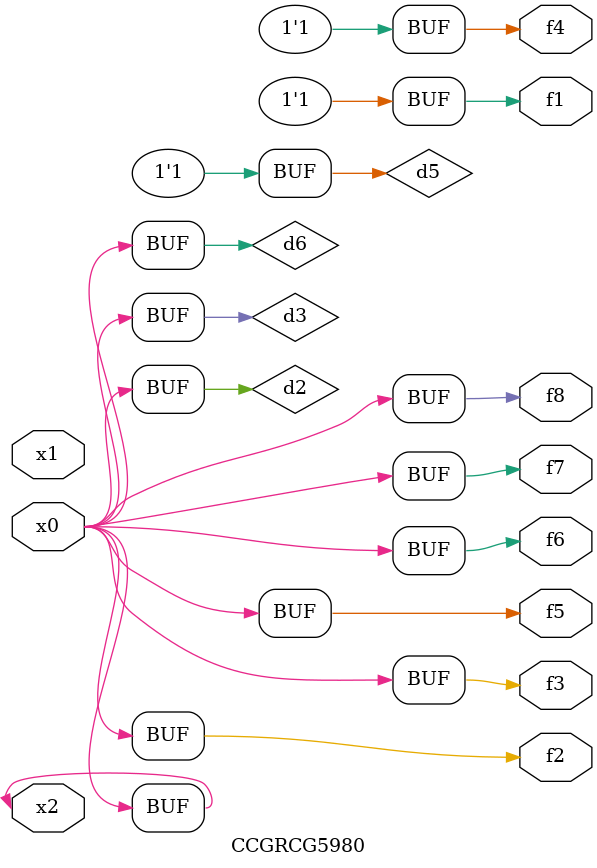
<source format=v>
module CCGRCG5980(
	input x0, x1, x2,
	output f1, f2, f3, f4, f5, f6, f7, f8
);

	wire d1, d2, d3, d4, d5, d6;

	xnor (d1, x2);
	buf (d2, x0, x2);
	and (d3, x0);
	xnor (d4, x1, x2);
	nand (d5, d1, d3);
	buf (d6, d2, d3);
	assign f1 = d5;
	assign f2 = d6;
	assign f3 = d6;
	assign f4 = d5;
	assign f5 = d6;
	assign f6 = d6;
	assign f7 = d6;
	assign f8 = d6;
endmodule

</source>
